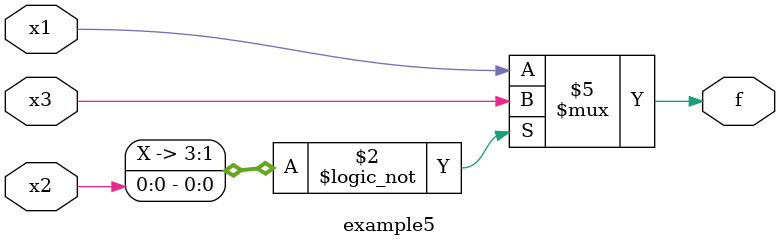
<source format=sv>
module example5(x1, x2, x3, f);
input x1, x2, x3;
output f;
reg f;
always @(x1 or x2 or x3)
    if (~(x2[3:0] == 0)) // Check if x2[3:0] is not equal to 0
        f = x1;
    else
        f = x3;
endmodule
</source>
